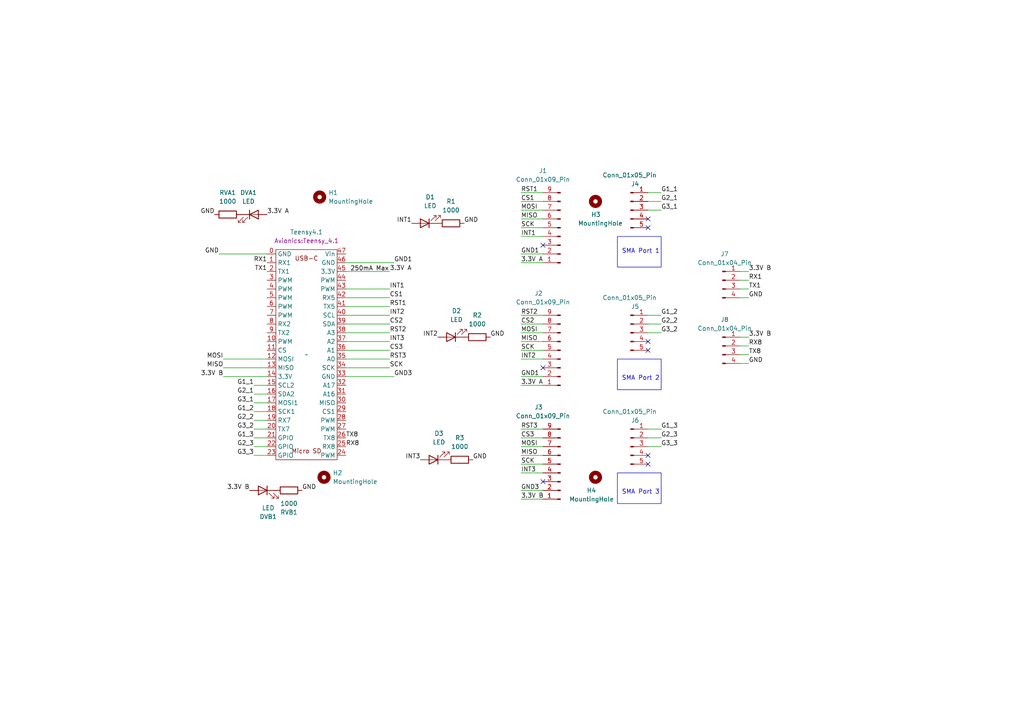
<source format=kicad_sch>
(kicad_sch (version 20230121) (generator eeschema)
  (paper "A4")
  (lib_symbols
    (symbol "Breakout Boards:Teensy_4.1"
      (property "Reference" "Teensy4.1" (at 0 0 90))
      (property "Footprint" "Breakout Boards:Teensy_4.1" (at 0 0 0))
      (symbol "Teensy_4.1_0_1"
        (rectangle (start -8.89 30.48) (end 8.89 -30.48))
      )
      (symbol "Teensy_4.1_1_1"
        (text "Micro SD" (at 0 -27.94 0) (effects (font (size 1.27 1.27))))
        (text "USB-C" (at 0 27.94 0) (effects (font (size 1.27 1.27))))
        (pin input line (at -11.43 29.21 0) (length 2.54) (name "GND") (number "0"))
        (pin input line (at -11.43 26.67 0) (length 2.54) (name "RX1") (number "1"))
        (pin input line (at -11.43 3.81 0) (length 2.54) (name "PWM") (number "10"))
        (pin input line (at -11.43 1.27 0) (length 2.54) (name "CS") (number "11"))
        (pin input line (at -11.43 -1.27 0) (length 2.54) (name "MOSI") (number "12"))
        (pin input line (at -11.43 -3.81 0) (length 2.54) (name "MISO") (number "13"))
        (pin input line (at -11.43 -6.35 0) (length 2.54) (name "3.3V") (number "14"))
        (pin input line (at -11.43 -8.89 0) (length 2.54) (name "SCL2") (number "15"))
        (pin input line (at -11.43 -11.43 0) (length 2.54) (name "SDA2") (number "16"))
        (pin input line (at -11.43 -13.97 0) (length 2.54) (name "MOSI1") (number "17"))
        (pin input line (at -11.43 -16.51 0) (length 2.54) (name "SCK1") (number "18"))
        (pin input line (at -11.43 -19.05 0) (length 2.54) (name "RX7") (number "19"))
        (pin input line (at -11.43 24.13 0) (length 2.54) (name "TX1") (number "2"))
        (pin input line (at -11.43 -21.59 0) (length 2.54) (name "TX7") (number "20"))
        (pin input line (at -11.43 -24.13 0) (length 2.54) (name "GPIO") (number "21"))
        (pin input line (at -11.43 -26.67 0) (length 2.54) (name "GPIO") (number "22"))
        (pin input line (at -11.43 -29.21 0) (length 2.54) (name "GPIO") (number "23"))
        (pin input line (at 11.43 -29.21 180) (length 2.54) (name "PWM") (number "24"))
        (pin input line (at 11.43 -26.67 180) (length 2.54) (name "RX8") (number "25"))
        (pin input line (at 11.43 -24.13 180) (length 2.54) (name "TX8") (number "26"))
        (pin input line (at 11.43 -21.59 180) (length 2.54) (name "PWM") (number "27"))
        (pin input line (at 11.43 -19.05 180) (length 2.54) (name "PWM") (number "28"))
        (pin input line (at 11.43 -16.51 180) (length 2.54) (name "CS1") (number "29"))
        (pin input line (at -11.43 21.59 0) (length 2.54) (name "PWM") (number "3"))
        (pin input line (at 11.43 -13.97 180) (length 2.54) (name "MISO") (number "30"))
        (pin input line (at 11.43 -11.43 180) (length 2.54) (name "A16") (number "31"))
        (pin input line (at 11.43 -8.89 180) (length 2.54) (name "A17") (number "32"))
        (pin input line (at 11.43 -6.35 180) (length 2.54) (name "GND") (number "33"))
        (pin input line (at 11.43 -3.81 180) (length 2.54) (name "SCK") (number "34"))
        (pin input line (at 11.43 -1.27 180) (length 2.54) (name "A0") (number "35"))
        (pin input line (at 11.43 1.27 180) (length 2.54) (name "A1") (number "36"))
        (pin input line (at 11.43 3.81 180) (length 2.54) (name "A2") (number "37"))
        (pin input line (at 11.43 6.35 180) (length 2.54) (name "A3") (number "38"))
        (pin input line (at 11.43 8.89 180) (length 2.54) (name "SDA") (number "39"))
        (pin input line (at -11.43 19.05 0) (length 2.54) (name "PWM") (number "4"))
        (pin input line (at 11.43 11.43 180) (length 2.54) (name "SCL") (number "40"))
        (pin input line (at 11.43 13.97 180) (length 2.54) (name "TX5") (number "41"))
        (pin input line (at 11.43 16.51 180) (length 2.54) (name "RX5") (number "42"))
        (pin input line (at 11.43 19.05 180) (length 2.54) (name "PWM") (number "43"))
        (pin input line (at 11.43 21.59 180) (length 2.54) (name "PWM") (number "44"))
        (pin input line (at 11.43 24.13 180) (length 2.54) (name "3.3V") (number "45"))
        (pin input line (at 11.43 26.67 180) (length 2.54) (name "GND") (number "46"))
        (pin input line (at 11.43 29.21 180) (length 2.54) (name "Vin") (number "47"))
        (pin input line (at -11.43 16.51 0) (length 2.54) (name "PWM") (number "5"))
        (pin input line (at -11.43 13.97 0) (length 2.54) (name "PWM") (number "6"))
        (pin input line (at -11.43 11.43 0) (length 2.54) (name "PWM") (number "7"))
        (pin input line (at -11.43 8.89 0) (length 2.54) (name "RX2") (number "8"))
        (pin input line (at -11.43 6.35 0) (length 2.54) (name "TX2") (number "9"))
      )
    )
    (symbol "Connector:Conn_01x04_Pin" (pin_names (offset 1.016) hide)
      (property "Reference" "J" (at 0 5.08 0))
      (property "Value" "Conn_01x04_Pin" (at 0 -7.62 0))
      (symbol "Conn_01x04_Pin_1_1"
        (polyline (pts (xy 1.27 -5.08) (xy 0.8636 -5.08)) (stroke (width 0.1524)))
        (polyline (pts (xy 1.27 -2.54) (xy 0.8636 -2.54)) (stroke (width 0.1524)))
        (polyline (pts (xy 1.27 0) (xy 0.8636 0)) (stroke (width 0.1524)))
        (polyline (pts (xy 1.27 2.54) (xy 0.8636 2.54)) (stroke (width 0.1524)))
        (rectangle (start 0.8636 -4.953) (end 0 -5.207) (stroke (width 0.1524)) (fill (type outline)))
        (rectangle (start 0.8636 -2.413) (end 0 -2.667) (stroke (width 0.1524)) (fill (type outline)))
        (rectangle (start 0.8636 0.127) (end 0 -0.127) (stroke (width 0.1524)) (fill (type outline)))
        (rectangle (start 0.8636 2.667) (end 0 2.413) (stroke (width 0.1524)) (fill (type outline)))
        (pin passive line (at 5.08 2.54 180) (length 3.81) (name "Pin_1") (number "1"))
        (pin passive line (at 5.08 0 180) (length 3.81) (name "Pin_2") (number "2"))
        (pin passive line (at 5.08 -2.54 180) (length 3.81) (name "Pin_3") (number "3"))
        (pin passive line (at 5.08 -5.08 180) (length 3.81) (name "Pin_4") (number "4"))
      )
    )
    (symbol "Connector:Conn_01x05_Pin" (pin_names (offset 1.016) hide)
      (property "Reference" "J" (at 0 7.62 0))
      (property "Value" "Conn_01x05_Pin" (at 0 -7.62 0))
      (symbol "Conn_01x05_Pin_1_1"
        (polyline (pts (xy 1.27 -5.08) (xy 0.8636 -5.08)) (stroke (width 0.1524)))
        (polyline (pts (xy 1.27 -2.54) (xy 0.8636 -2.54)) (stroke (width 0.1524)))
        (polyline (pts (xy 1.27 0) (xy 0.8636 0)) (stroke (width 0.1524)))
        (polyline (pts (xy 1.27 2.54) (xy 0.8636 2.54)) (stroke (width 0.1524)))
        (polyline (pts (xy 1.27 5.08) (xy 0.8636 5.08)) (stroke (width 0.1524)))
        (rectangle (start 0.8636 -4.953) (end 0 -5.207) (stroke (width 0.1524)) (fill (type outline)))
        (rectangle (start 0.8636 -2.413) (end 0 -2.667) (stroke (width 0.1524)) (fill (type outline)))
        (rectangle (start 0.8636 0.127) (end 0 -0.127) (stroke (width 0.1524)) (fill (type outline)))
        (rectangle (start 0.8636 2.667) (end 0 2.413) (stroke (width 0.1524)) (fill (type outline)))
        (rectangle (start 0.8636 5.207) (end 0 4.953) (stroke (width 0.1524)) (fill (type outline)))
        (pin passive line (at 5.08 5.08 180) (length 3.81) (name "Pin_1") (number "1"))
        (pin passive line (at 5.08 2.54 180) (length 3.81) (name "Pin_2") (number "2"))
        (pin passive line (at 5.08 0 180) (length 3.81) (name "Pin_3") (number "3"))
        (pin passive line (at 5.08 -2.54 180) (length 3.81) (name "Pin_4") (number "4"))
        (pin passive line (at 5.08 -5.08 180) (length 3.81) (name "Pin_5") (number "5"))
      )
    )
    (symbol "Connector:Conn_01x09_Pin" (pin_names (offset 1.016) hide)
      (property "Reference" "J" (at 0 12.7 0))
      (property "Value" "Conn_01x09_Pin" (at 0 -12.7 0))
      (symbol "Conn_01x09_Pin_1_1"
        (polyline (pts (xy 1.27 -10.16) (xy 0.8636 -10.16)) (stroke (width 0.1524)))
        (polyline (pts (xy 1.27 -7.62) (xy 0.8636 -7.62)) (stroke (width 0.1524)))
        (polyline (pts (xy 1.27 -5.08) (xy 0.8636 -5.08)) (stroke (width 0.1524)))
        (polyline (pts (xy 1.27 -2.54) (xy 0.8636 -2.54)) (stroke (width 0.1524)))
        (polyline (pts (xy 1.27 0) (xy 0.8636 0)) (stroke (width 0.1524)))
        (polyline (pts (xy 1.27 2.54) (xy 0.8636 2.54)) (stroke (width 0.1524)))
        (polyline (pts (xy 1.27 5.08) (xy 0.8636 5.08)) (stroke (width 0.1524)))
        (polyline (pts (xy 1.27 7.62) (xy 0.8636 7.62)) (stroke (width 0.1524)))
        (polyline (pts (xy 1.27 10.16) (xy 0.8636 10.16)) (stroke (width 0.1524)))
        (rectangle (start 0.8636 -10.033) (end 0 -10.287) (stroke (width 0.1524)) (fill (type outline)))
        (rectangle (start 0.8636 -7.493) (end 0 -7.747) (stroke (width 0.1524)) (fill (type outline)))
        (rectangle (start 0.8636 -4.953) (end 0 -5.207) (stroke (width 0.1524)) (fill (type outline)))
        (rectangle (start 0.8636 -2.413) (end 0 -2.667) (stroke (width 0.1524)) (fill (type outline)))
        (rectangle (start 0.8636 0.127) (end 0 -0.127) (stroke (width 0.1524)) (fill (type outline)))
        (rectangle (start 0.8636 2.667) (end 0 2.413) (stroke (width 0.1524)) (fill (type outline)))
        (rectangle (start 0.8636 5.207) (end 0 4.953) (stroke (width 0.1524)) (fill (type outline)))
        (rectangle (start 0.8636 7.747) (end 0 7.493) (stroke (width 0.1524)) (fill (type outline)))
        (rectangle (start 0.8636 10.287) (end 0 10.033) (stroke (width 0.1524)) (fill (type outline)))
        (pin passive line (at 5.08 10.16 180) (length 3.81) (name "Pin_1") (number "1"))
        (pin passive line (at 5.08 7.62 180) (length 3.81) (name "Pin_2") (number "2"))
        (pin passive line (at 5.08 5.08 180) (length 3.81) (name "Pin_3") (number "3"))
        (pin passive line (at 5.08 2.54 180) (length 3.81) (name "Pin_4") (number "4"))
        (pin passive line (at 5.08 0 180) (length 3.81) (name "Pin_5") (number "5"))
        (pin passive line (at 5.08 -2.54 180) (length 3.81) (name "Pin_6") (number "6"))
        (pin passive line (at 5.08 -5.08 180) (length 3.81) (name "Pin_7") (number "7"))
        (pin passive line (at 5.08 -7.62 180) (length 3.81) (name "Pin_8") (number "8"))
        (pin passive line (at 5.08 -10.16 180) (length 3.81) (name "Pin_9") (number "9"))
      )
    )
    (symbol "Device:LED" (pin_numbers hide) (pin_names (offset 1.016) hide)
      (property "Reference" "D" (at 0 2.54 0))
      (property "Value" "LED" (at 0 -2.54 0))
      (symbol "LED_0_1"
        (polyline (pts (xy -1.27 -1.27) (xy -1.27 1.27)) (stroke (width 0.254)))
        (polyline (pts (xy -1.27 0) (xy 1.27 0)))
        (polyline (pts (xy 1.27 -1.27) (xy 1.27 1.27) (xy -1.27 0) (xy 1.27 -1.27)) (stroke (width 0.254)))
        (polyline (pts (xy -3.048 -0.762) (xy -4.572 -2.286) (xy -3.81 -2.286) (xy -4.572 -2.286) (xy -4.572 -1.524)))
        (polyline (pts (xy -1.778 -0.762) (xy -3.302 -2.286) (xy -2.54 -2.286) (xy -3.302 -2.286) (xy -3.302 -1.524)))
      )
      (symbol "LED_1_1"
        (pin passive line (at -3.81 0 0) (length 2.54) (name "K") (number "1"))
        (pin passive line (at 3.81 0 180) (length 2.54) (name "A") (number "2"))
      )
    )
    (symbol "Device:R" (pin_numbers hide) (pin_names (offset 0))
      (property "Reference" "R" (at 2.032 0 90))
      (property "Value" "R" (at 0 0 90))
      (symbol "R_0_1"
        (rectangle (start -1.016 -2.54) (end 1.016 2.54) (stroke (width 0.254)))
      )
      (symbol "R_1_1"
        (pin passive line (at 0 3.81 270) (length 1.27) (name "~") (number "1"))
        (pin passive line (at 0 -3.81 90) (length 1.27) (name "~") (number "2"))
      )
    )
    (symbol "Mechanical:MountingHole" (pin_names (offset 1.016))
      (property "Reference" "H" (at 0 5.08 0))
      (property "Value" "MountingHole" (at 0 3.175 0))
      (symbol "MountingHole_0_1"
        (circle (center 0 0) (radius 1.27) (stroke (width 1.27)))
      )
    )
  )
  (no_connect (at 157.48 106.68))
  (no_connect (at 187.96 99.06))
  (no_connect (at 187.96 63.5))
  (no_connect (at 187.96 101.6))
  (no_connect (at 187.96 66.04))
  (no_connect (at 187.96 132.08))
  (no_connect (at 187.96 134.62))
  (no_connect (at 157.48 139.7))
  (no_connect (at 157.48 71.12))
  (wire (pts (xy 191.77 124.46) (xy 187.96 124.46)))
  (wire (pts (xy 100.33 101.6) (xy 113.03 101.6)))
  (wire (pts (xy 214.63 78.74) (xy 217.17 78.74)))
  (wire (pts (xy 151.13 101.6) (xy 157.48 101.6)))
  (wire (pts (xy 151.13 111.76) (xy 157.48 111.76)))
  (wire (pts (xy 151.13 142.24) (xy 157.48 142.24)))
  (wire (pts (xy 73.66 127) (xy 77.47 127)))
  (wire (pts (xy 151.13 109.22) (xy 157.48 109.22)))
  (wire (pts (xy 214.63 97.79) (xy 217.17 97.79)))
  (wire (pts (xy 214.63 102.87) (xy 217.17 102.87)))
  (wire (pts (xy 214.63 86.36) (xy 217.17 86.36)))
  (wire (pts (xy 151.13 60.96) (xy 157.48 60.96)))
  (wire (pts (xy 151.13 63.5) (xy 157.48 63.5)))
  (wire (pts (xy 100.33 86.36) (xy 113.03 86.36)))
  (wire (pts (xy 151.13 129.54) (xy 157.48 129.54)))
  (wire (pts (xy 191.77 129.54) (xy 187.96 129.54)))
  (wire (pts (xy 64.77 109.22) (xy 77.47 109.22)))
  (wire (pts (xy 191.77 58.42) (xy 187.96 58.42)))
  (wire (pts (xy 191.77 96.52) (xy 187.96 96.52)))
  (wire (pts (xy 73.66 111.76) (xy 77.47 111.76)))
  (wire (pts (xy 113.03 96.52) (xy 100.33 96.52)))
  (wire (pts (xy 114.3 76.2) (xy 100.33 76.2)))
  (wire (pts (xy 151.13 124.46) (xy 157.48 124.46)))
  (wire (pts (xy 73.66 114.3) (xy 77.47 114.3)))
  (wire (pts (xy 214.63 105.41) (xy 217.17 105.41)))
  (wire (pts (xy 151.13 73.66) (xy 157.48 73.66)))
  (wire (pts (xy 151.13 127) (xy 157.48 127)))
  (wire (pts (xy 73.66 129.54) (xy 77.47 129.54)))
  (wire (pts (xy 113.03 88.9) (xy 100.33 88.9)))
  (wire (pts (xy 100.33 106.68) (xy 113.03 106.68)))
  (wire (pts (xy 151.13 55.88) (xy 157.48 55.88)))
  (wire (pts (xy 151.13 134.62) (xy 157.48 134.62)))
  (wire (pts (xy 151.13 99.06) (xy 157.48 99.06)))
  (wire (pts (xy 64.77 106.68) (xy 77.47 106.68)))
  (wire (pts (xy 151.13 96.52) (xy 157.48 96.52)))
  (wire (pts (xy 151.13 66.04) (xy 157.48 66.04)))
  (wire (pts (xy 63.5 73.66) (xy 77.47 73.66)))
  (wire (pts (xy 114.3 109.22) (xy 100.33 109.22)))
  (wire (pts (xy 151.13 91.44) (xy 157.48 91.44)))
  (wire (pts (xy 191.77 91.44) (xy 187.96 91.44)))
  (wire (pts (xy 73.66 132.08) (xy 77.47 132.08)))
  (wire (pts (xy 100.33 91.44) (xy 113.03 91.44)))
  (wire (pts (xy 214.63 100.33) (xy 217.17 100.33)))
  (wire (pts (xy 151.13 104.14) (xy 157.48 104.14)))
  (wire (pts (xy 191.77 93.98) (xy 187.96 93.98)))
  (wire (pts (xy 73.66 119.38) (xy 77.47 119.38)))
  (wire (pts (xy 214.63 83.82) (xy 217.17 83.82)))
  (wire (pts (xy 151.13 68.58) (xy 157.48 68.58)))
  (wire (pts (xy 191.77 60.96) (xy 187.96 60.96)))
  (wire (pts (xy 151.13 144.78) (xy 157.48 144.78)))
  (wire (pts (xy 151.13 76.2) (xy 157.48 76.2)))
  (wire (pts (xy 151.13 132.08) (xy 157.48 132.08)))
  (wire (pts (xy 100.33 83.82) (xy 113.03 83.82)))
  (wire (pts (xy 151.13 58.42) (xy 157.48 58.42)))
  (wire (pts (xy 100.33 99.06) (xy 113.03 99.06)))
  (wire (pts (xy 113.03 104.14) (xy 100.33 104.14)))
  (wire (pts (xy 214.63 81.28) (xy 217.17 81.28)))
  (wire (pts (xy 73.66 121.92) (xy 77.47 121.92)))
  (wire (pts (xy 151.13 93.98) (xy 157.48 93.98)))
  (wire (pts (xy 191.77 55.88) (xy 187.96 55.88)))
  (wire (pts (xy 73.66 124.46) (xy 77.47 124.46)))
  (wire (pts (xy 151.13 137.16) (xy 157.48 137.16)))
  (wire (pts (xy 73.66 116.84) (xy 77.47 116.84)))
  (wire (pts (xy 100.33 93.98) (xy 113.03 93.98)))
  (wire (pts (xy 64.77 104.14) (xy 77.47 104.14)))
  (wire (pts (xy 100.33 78.74) (xy 113.03 78.74)))
  (wire (pts (xy 191.77 127) (xy 187.96 127)))
  (rectangle (start 179.07 104.14) (end 191.77 113.03))
  (rectangle (start 179.07 68.58) (end 191.77 77.47))
  (rectangle (start 179.07 137.16) (end 191.77 146.05))
  (text "250mA Max" (at 101.6 78.74 0) (effects (font (size 1.27 1.27)) (justify left bottom)))
  (text "SMA Port 2" (at 180.34 110.49 0) (effects (font (size 1.27 1.27)) (justify left bottom)))
  (text "SMA Port 3" (at 180.34 143.51 0) (effects (font (size 1.27 1.27)) (justify left bottom)))
  (text "SMA Port 1" (at 180.34 73.66 0) (effects (font (size 1.27 1.27)) (justify left bottom)))
  (label "MISO" (at 151.13 132.08 0))
  (label "INT1" (at 119.38 64.77 180))
  (label "RST3" (at 151.13 124.46 0))
  (label "G1_3" (at 191.77 124.46 0))
  (label "G1_2" (at 191.77 91.44 0))
  (label "MISO" (at 151.13 63.5 0))
  (label "CS2" (at 113.03 93.98 0))
  (label "G3_2" (at 191.77 96.52 0))
  (label "3.3V B" (at 217.17 78.74 0))
  (label "TX1" (at 217.17 83.82 0))
  (label "CS3" (at 113.03 101.6 0))
  (label "GND" (at 217.17 86.36 0))
  (label "TX1" (at 77.47 78.74 180))
  (label "INT2" (at 127 97.79 180))
  (label "MOSI" (at 151.13 60.96 0))
  (label "GND" (at 217.17 105.41 0))
  (label "RX1" (at 217.17 81.28 0))
  (label "G1_1" (at 73.66 111.76 180))
  (label "GND" (at 63.5 73.66 180))
  (label "3.3V B" (at 72.39 142.24 180))
  (label "INT1" (at 113.03 83.82 0))
  (label "G2_2" (at 191.77 93.98 0))
  (label "G1_1" (at 191.77 55.88 0))
  (label "INT3" (at 151.13 137.16 0))
  (label "INT1" (at 151.13 68.58 0))
  (label "RST3" (at 113.03 104.14 0))
  (label "3.3V B" (at 64.77 109.22 180))
  (label "MOSI" (at 151.13 96.52 0))
  (label "SCK" (at 151.13 134.62 0))
  (label "RX1" (at 77.47 76.2 180))
  (label "GND3" (at 114.3 109.22 0))
  (label "G3_3" (at 191.77 129.54 0))
  (label "GND" (at 142.24 97.79 0))
  (label "GND1" (at 151.13 109.22 0))
  (label "CS1" (at 113.03 86.36 0))
  (label "CS1" (at 151.13 58.42 0))
  (label "3.3V B" (at 217.17 97.79 0))
  (label "SCK" (at 113.03 106.68 0))
  (label "GND" (at 137.16 133.35 0))
  (label "G2_1" (at 191.77 58.42 0))
  (label "GND1" (at 151.13 73.66 0))
  (label "RST2" (at 113.03 96.52 0))
  (label "G1_3" (at 73.66 127 180))
  (label "SCK" (at 151.13 101.6 0))
  (label "3.3V A" (at 151.13 76.2 0))
  (label "CS3" (at 151.13 127 0))
  (label "RST2" (at 151.13 91.44 0))
  (label "INT3" (at 121.92 133.35 180))
  (label "GND" (at 87.63 142.24 0))
  (label "GND3" (at 151.13 142.24 0))
  (label "G3_2" (at 73.66 124.46 180))
  (label "INT2" (at 113.03 91.44 0))
  (label "RX8" (at 217.17 100.33 0))
  (label "RST1" (at 113.03 88.9 0))
  (label "TX8" (at 217.17 102.87 0))
  (label "TX8" (at 100.33 127 0))
  (label "G3_3" (at 73.66 132.08 180))
  (label "GND" (at 134.62 64.77 0))
  (label "RX8" (at 100.33 129.54 0))
  (label "INT2" (at 151.13 104.14 0))
  (label "G3_1" (at 73.66 116.84 180))
  (label "GND" (at 62.23 62.23 180))
  (label "GND1" (at 114.3 76.2 0))
  (label "MISO" (at 64.77 106.68 180))
  (label "MOSI" (at 151.13 129.54 0))
  (label "G2_3" (at 73.66 129.54 180))
  (label "G1_2" (at 73.66 119.38 180))
  (label "RST1" (at 151.13 55.88 0))
  (label "3.3V A" (at 151.13 111.76 0))
  (label "3.3V B" (at 151.13 144.78 0))
  (label "SCK" (at 151.13 66.04 0))
  (label "MISO" (at 151.13 99.06 0))
  (label "CS2" (at 151.13 93.98 0))
  (label "MOSI" (at 64.77 104.14 180))
  (label "G3_1" (at 191.77 60.96 0))
  (label "G2_3" (at 191.77 127 0))
  (label "G2_2" (at 73.66 121.92 180))
  (label "3.3V A" (at 113.03 78.74 0))
  (label "G2_1" (at 73.66 114.3 180))
  (label "INT3" (at 113.03 99.06 0))
  (label "3.3V A" (at 77.47 62.23 0))
  (symbol (lib_id "Device:R") (at 83.82 142.24 270) (mirror x) (unit 1)
    (property "Reference" "RVB1" (at 83.82 148.59 90))
    (property "Value" "1000" (at 83.82 146.05 90))
    (property "Footprint" "Resistor_SMD:R_0805_2012Metric_Pad1.20x1.40mm_HandSolder" (effects hide))
  )
  (symbol (lib_id "Connector:Conn_01x05_Pin") (at 182.88 129.54 0) (unit 1)
    (property "Reference" "J6" (at 185.42 121.92 0) (effects (justify right)))
    (property "Value" "Conn_01x05_Pin" (at 190.5 119.38 0) (effects (justify right)))
    (property "Footprint" "Connector_PinHeader_2.54mm:PinHeader_1x05_P2.54mm_Vertical" (effects hide))
  )
  (symbol (lib_id "Connector:Conn_01x05_Pin") (at 182.88 60.96 0) (unit 1)
    (property "Reference" "J4" (at 185.42 53.34 0) (effects (justify right)))
    (property "Value" "Conn_01x05_Pin" (at 190.5 50.8 0) (effects (justify right)))
    (property "Footprint" "Connector_PinHeader_2.54mm:PinHeader_1x05_P2.54mm_Vertical" (effects hide))
  )
  (symbol (lib_id "Mechanical:MountingHole") (at 93.98 138.43 0) (unit 1)
    (property "Reference" "H2" (at 96.52 137.16 0) (effects (justify left)))
    (property "Value" "MountingHole" (at 96.52 139.7 0) (effects (justify left)))
    (property "Footprint" "MountingHole:MountingHole_2.1mm" (effects hide))
  )
  (symbol (lib_id "Breakout Boards:Teensy_4.1") (at 88.9 102.87 0) (unit 1)
    (property "Reference" "Teensy4.1" (at 88.9 67.31 0))
    (property "Value" "~" (at 88.9 102.87 0))
    (property "Footprint" "Avionics:Teensy_4.1" (at 88.9 69.85 0))
  )
  (symbol (lib_id "Mechanical:MountingHole") (at 172.72 58.42 0) (unit 1)
    (property "Reference" "H3" (at 171.45 62.23 0) (effects (justify left)))
    (property "Value" "MountingHole" (at 167.64 64.77 0) (effects (justify left)))
    (property "Footprint" "MountingHole:MountingHole_2.1mm" (effects hide))
  )
  (symbol (lib_id "Device:R") (at 133.35 133.35 90) (unit 1)
    (property "Reference" "R3" (at 133.35 127 90))
    (property "Value" "1000" (at 133.35 129.54 90))
    (property "Footprint" "Resistor_SMD:R_0805_2012Metric_Pad1.20x1.40mm_HandSolder" (effects hide))
  )
  (symbol (lib_id "Connector:Conn_01x05_Pin") (at 182.88 96.52 0) (unit 1)
    (property "Reference" "J5" (at 185.42 88.9 0) (effects (justify right)))
    (property "Value" "Conn_01x05_Pin" (at 190.5 86.36 0) (effects (justify right)))
    (property "Footprint" "Connector_PinHeader_2.54mm:PinHeader_1x05_P2.54mm_Vertical" (effects hide))
  )
  (symbol (lib_id "Connector:Conn_01x04_Pin") (at 209.55 81.28 0) (unit 1)
    (property "Reference" "J7" (at 210.185 73.66 0))
    (property "Value" "Conn_01x04_Pin" (at 210.185 76.2 0))
    (property "Footprint" "Connector_PinHeader_2.54mm:PinHeader_1x04_P2.54mm_Vertical" (effects hide))
  )
  (symbol (lib_id "Connector:Conn_01x09_Pin") (at 162.56 101.6 180) (unit 1)
    (property "Reference" "J2" (at 156.21 85.09 0))
    (property "Value" "Conn_01x09_Pin" (at 157.48 87.63 0))
    (property "Footprint" "Connector_PinHeader_2.54mm:PinHeader_1x09_P2.54mm_Vertical" (effects hide))
  )
  (symbol (lib_id "Device:LED") (at 125.73 133.35 180) (unit 1)
    (property "Reference" "D3" (at 127.3175 125.73 0))
    (property "Value" "LED" (at 127.3175 128.27 0))
    (property "Footprint" "LED_SMD:LED_0805_2012Metric_Pad1.15x1.40mm_HandSolder" (effects hide))
  )
  (symbol (lib_id "Connector:Conn_01x09_Pin") (at 162.56 134.62 180) (unit 1)
    (property "Reference" "J3" (at 156.21 118.11 0))
    (property "Value" "Conn_01x09_Pin" (at 157.48 120.65 0))
    (property "Footprint" "Connector_PinHeader_2.54mm:PinHeader_1x09_P2.54mm_Vertical" (effects hide))
  )
  (symbol (lib_id "Device:R") (at 66.04 62.23 90) (unit 1)
    (property "Reference" "RVA1" (at 66.04 55.88 90))
    (property "Value" "1000" (at 66.04 58.42 90))
    (property "Footprint" "Resistor_SMD:R_0805_2012Metric_Pad1.20x1.40mm_HandSolder" (effects hide))
  )
  (symbol (lib_id "Device:R") (at 138.43 97.79 90) (unit 1)
    (property "Reference" "R2" (at 138.43 91.44 90))
    (property "Value" "1000" (at 138.43 93.98 90))
    (property "Footprint" "Resistor_SMD:R_0805_2012Metric_Pad1.20x1.40mm_HandSolder" (effects hide))
  )
  (symbol (lib_id "Mechanical:MountingHole") (at 92.71 57.15 0) (unit 1)
    (property "Reference" "H1" (at 95.25 55.88 0) (effects (justify left)))
    (property "Value" "MountingHole" (at 95.25 58.42 0) (effects (justify left)))
    (property "Footprint" "MountingHole:MountingHole_2.1mm" (effects hide))
  )
  (symbol (lib_id "Connector:Conn_01x09_Pin") (at 162.56 66.04 180) (unit 1)
    (property "Reference" "J1" (at 157.48 49.53 0))
    (property "Value" "Conn_01x09_Pin" (at 157.48 52.07 0))
    (property "Footprint" "Connector_PinHeader_2.54mm:PinHeader_1x09_P2.54mm_Vertical" (effects hide))
  )
  (symbol (lib_id "Device:LED") (at 130.81 97.79 180) (unit 1)
    (property "Reference" "D2" (at 132.3975 90.17 0))
    (property "Value" "LED" (at 132.3975 92.71 0))
    (property "Footprint" "LED_SMD:LED_0805_2012Metric_Pad1.15x1.40mm_HandSolder" (effects hide))
  )
  (symbol (lib_id "Device:LED") (at 123.19 64.77 180) (unit 1)
    (property "Reference" "D1" (at 124.7775 57.15 0))
    (property "Value" "LED" (at 124.7775 59.69 0))
    (property "Footprint" "LED_SMD:LED_0805_2012Metric_Pad1.15x1.40mm_HandSolder" (effects hide))
  )
  (symbol (lib_id "Device:R") (at 130.81 64.77 90) (unit 1)
    (property "Reference" "R1" (at 130.81 58.42 90))
    (property "Value" "1000" (at 130.81 60.96 90))
    (property "Footprint" "Resistor_SMD:R_0805_2012Metric_Pad1.20x1.40mm_HandSolder" (effects hide))
  )
  (symbol (lib_id "Device:LED") (at 73.66 62.23 0) (unit 1)
    (property "Reference" "DVA1" (at 72.0725 55.88 0))
    (property "Value" "LED" (at 72.0725 58.42 0))
    (property "Footprint" "LED_SMD:LED_0805_2012Metric_Pad1.15x1.40mm_HandSolder" (effects hide))
  )
  (symbol (lib_id "Device:LED") (at 76.2 142.24 0) (mirror y) (unit 1)
    (property "Reference" "DVB1" (at 77.7875 149.86 0))
    (property "Value" "LED" (at 77.7875 147.32 0))
    (property "Footprint" "LED_SMD:LED_0805_2012Metric_Pad1.15x1.40mm_HandSolder" (effects hide))
  )
  (symbol (lib_id "Mechanical:MountingHole") (at 172.72 138.43 0) (unit 1)
    (property "Reference" "H4" (at 170.18 142.24 0) (effects (justify left)))
    (property "Value" "MountingHole" (at 165.1 144.78 0) (effects (justify left)))
    (property "Footprint" "MountingHole:MountingHole_2.1mm" (effects hide))
  )
  (symbol (lib_id "Connector:Conn_01x04_Pin") (at 209.55 100.33 0) (unit 1)
    (property "Reference" "J8" (at 210.185 92.71 0))
    (property "Value" "Conn_01x04_Pin" (at 210.185 95.25 0))
    (property "Footprint" "Connector_PinHeader_2.54mm:PinHeader_1x04_P2.54mm_Vertical" (effects hide))
  )
)
</source>
